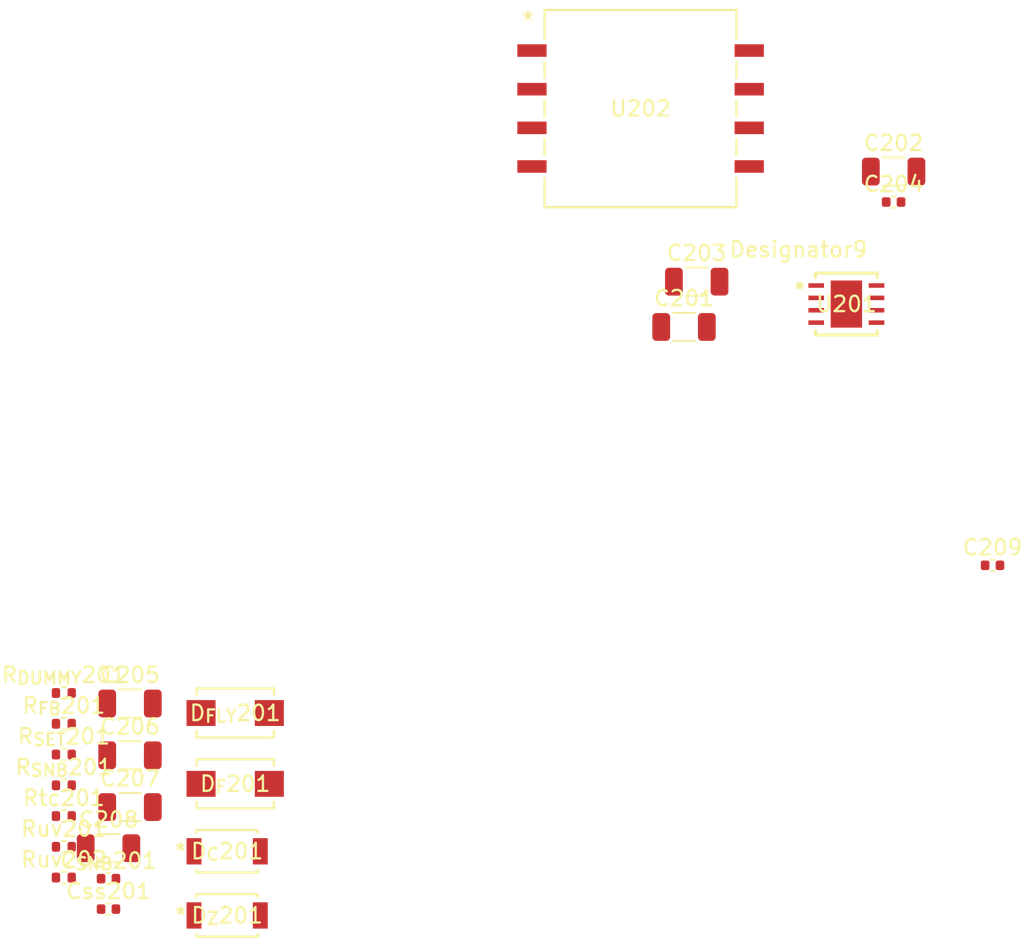
<source format=kicad_pcb>
(kicad_pcb (version 20240108) (generator "pcbnew") (generator_version "8.0")
  (layers (0 "F.Cu" signal) (31 "B.Cu" signal) (34 "B.Paste" user) (35 "F.Paste" user) (36 "B.SilkS" user "B.Silkscreen") (37 "F.SilkS" user "F.Silkscreen") (38 "B.Mask" user) (39 "F.Mask" user) (44 "Edge.Cuts" user))
  (net 0 "")
  (net 1 "GND")
  (net 2 "15V_isolated")
  (net 3 "GNDPWR")
  (net 4 "VBAT_managed")
  (net 5 "Net-(U201-SS_BIAS)")
  (net 6 "Net-(C_{SNB}201-Pad1)")
  (net 7 "Net-(D_{C}201-Pad1)")
  (net 8 "Net-(D_{FLY}201-Pad2)")
  (net 9 "Net-(U201-SW)")
  (net 10 "Net-(U201-TC)")
  (net 11 "Net-(U201-RSET)")
  (net 12 "Net-(U201-EN_UVLO)")
  (net 13 "Net-(U201-FB)")
  (footprint "Capacitor_SMD:C_0402_1005Metric" (layer "F.Cu") (at 137.67 69.9)
    (property "Reference" "C209" (at 0 -1.16 0) (layer "F.SilkS"))
    (property "Value" "100n")
    (fp_line (start -0.107836 -0.36) (end 0.107836 -0.36) (stroke (width 0.12)) (layer "F.SilkS"))
    (fp_line (start -0.107836 0.36) (end 0.107836 0.36) (stroke (width 0.12)) (layer "F.SilkS"))
    (pad "1" smd roundrect (at -0.48 0) (size 0.56 0.62) (layers "F.Cu" "F.Paste" "F.Mask") (net 2 "15V_isolated"))
    (pad "2" smd roundrect (at 0.48 0) (size 0.56 0.62) (layers "F.Cu" "F.Paste" "F.Mask") (net 3 "GNDPWR"))
  )
  (footprint "zener_PDZVTR9.1B:DIO_PDZVTFT_ROM" (layer "F.Cu") (at 88.1537 92.55)
    (property "Reference" "D_{Z}201" (at 0 0 0) (layer "F.SilkS"))
    (property "Value" "PDZVTR9.1B")
    (fp_line (start -1.9812 -1.3716) (end -1.9812 -1.18364) (stroke (width 0.1524)) (layer "F.SilkS"))
    (fp_line (start -1.9812 1.18364) (end -1.9812 1.3716) (stroke (width 0.1524)) (layer "F.SilkS"))
    (fp_line (start -1.9812 1.3716) (end 1.9812 1.3716) (stroke (width 0.1524)) (layer "F.SilkS"))
    (fp_line (start 1.9812 -1.3716) (end -1.9812 -1.3716) (stroke (width 0.1524)) (layer "F.SilkS"))
    (fp_line (start 1.9812 -1.18364) (end 1.9812 -1.3716) (stroke (width 0.1524)) (layer "F.SilkS"))
    (fp_line (start 1.9812 1.3716) (end 1.9812 1.18364) (stroke (width 0.1524)) (layer "F.SilkS"))
    (fp_text user "*" (at -3.0099 0 0) (layer "F.SilkS"))
    (fp_text user "*" (at -3.0099 0 0) (layer "F.SilkS"))
    (pad "1" smd rect (at -2.1463 0) (size 0.9652 1.7018) (layers "F.Cu" "F.Paste" "F.Mask") (net 2 "15V_isolated"))
    (pad "2" smd rect (at 2.1463 0) (size 0.9652 1.7018) (layers "F.Cu" "F.Paste" "F.Mask") (net 3 "GNDPWR"))
  )
  (footprint "Capacitor_SMD:C_1206_3216Metric" (layer "F.Cu") (at 81.8696 82.1906)
    (property "Reference" "C206" (at 0 -1.85 0) (layer "F.SilkS"))
    (property "Value" "10u")
    (fp_line (start -0.711252 -0.91) (end 0.711252 -0.91) (stroke (width 0.12)) (layer "F.SilkS"))
    (fp_line (start -0.711252 0.91) (end 0.711252 0.91) (stroke (width 0.12)) (layer "F.SilkS"))
    (pad "1" smd roundrect (at -1.475 0) (size 1.15 1.8) (layers "F.Cu" "F.Paste" "F.Mask") (roundrect_rratio 0.217391) (net 2 "15V_isolated"))
    (pad "2" smd roundrect (at 1.475 0) (size 1.15 1.8) (layers "F.Cu" "F.Paste" "F.Mask") (roundrect_rratio 0.217391) (net 3 "GNDPWR"))
  )
  (footprint "transformer_750313445:SOIC_13445_WRE" (layer "F.Cu") (at 114.9 40.35)
    (property "Reference" "U202" (at 0 0 0) (layer "F.SilkS"))
    (property "Value" "750313445")
    (fp_line (start -6.207001 -6.3754) (end -6.207001 -4.489323) (stroke (width 0.1524)) (layer "F.SilkS"))
    (fp_line (start -6.207001 -3.011043) (end -6.207001 -1.989201) (stroke (width 0.1524)) (layer "F.SilkS"))
    (fp_line (start -6.207001 -0.510921) (end -6.207001 0.510921) (stroke (width 0.1524)) (layer "F.SilkS"))
    (fp_line (start -6.207001 1.989201) (end -6.207001 3.011043) (stroke (width 0.1524)) (layer "F.SilkS"))
    (fp_line (start -6.207001 4.489323) (end -6.207001 6.3754) (stroke (width 0.1524)) (layer "F.SilkS"))
    (fp_line (start -6.207001 6.3754) (end 6.207001 6.3754) (stroke (width 0.1524)) (layer "F.SilkS"))
    (fp_line (start 6.207001 -6.3754) (end -6.207001 -6.3754) (stroke (width 0.1524)) (layer "F.SilkS"))
    (fp_line (start 6.207001 -4.489323) (end 6.207001 -6.3754) (stroke (width 0.1524)) (layer "F.SilkS"))
    (fp_line (start 6.207001 -1.989201) (end 6.207001 -3.011043) (stroke (width 0.1524)) (layer "F.SilkS"))
    (fp_line (start 6.207001 0.510921) (end 6.207001 -0.510921) (stroke (width 0.1524)) (layer "F.SilkS"))
    (fp_line (start 6.207001 3.011043) (end 6.207001 1.989201) (stroke (width 0.1524)) (layer "F.SilkS"))
    (fp_line (start 6.207001 6.3754) (end 6.207001 4.489323) (stroke (width 0.1524)) (layer "F.SilkS"))
    (fp_text user "*" (at -7.2818 -5.705983 0) (layer "F.SilkS"))
    (fp_text user "*" (at -7.2818 -5.705983 0) (layer "F.SilkS"))
    (pad "1" smd rect (at -7.027802 -3.750183) (size 1.895599 0.8128) (layers "F.Cu" "F.Paste" "F.Mask"))
    (pad "2" smd rect (at -7.027802 -1.250061) (size 1.895599 0.8128) (layers "F.Cu" "F.Paste" "F.Mask") (net 9 "Net-(U201-SW)"))
    (pad "3" smd rect (at -7.027802 1.250061) (size 1.895599 0.8128) (layers "F.Cu" "F.Paste" "F.Mask"))
    (pad "4" smd rect (at -7.027802 3.750183) (size 1.895599 0.8128) (layers "F.Cu" "F.Paste" "F.Mask") (net 4 "VBAT_managed"))
    (pad "5" smd rect (at 7.027802 3.750183) (size 1.895599 0.8128) (layers "F.Cu" "F.Paste" "F.Mask") (net 8 "Net-(D_{FLY}201-Pad2)"))
    (pad "6" smd rect (at 7.027802 1.250061) (size 1.895599 0.8128) (layers "F.Cu" "F.Paste" "F.Mask") (net 8 "Net-(D_{FLY}201-Pad2)"))
    (pad "7" smd rect (at 7.027802 -1.250061) (size 1.895599 0.8128) (layers "F.Cu" "F.Paste" "F.Mask") (net 3 "GNDPWR"))
    (pad "8" smd rect (at 7.027802 -3.750183) (size 1.895599 0.8128) (layers "F.Cu" "F.Paste" "F.Mask") (net 3 "GNDPWR"))
  )
  (footprint "Capacitor_SMD:C_0402_1005Metric" (layer "F.Cu") (at 80.4796 90.1706)
    (property "Reference" "C_{SNB}201" (at 0 -1.16 0) (layer "F.SilkS"))
    (property "Value" "22p")
    (fp_line (start -0.107836 -0.36) (end 0.107836 -0.36) (stroke (width 0.12)) (layer "F.SilkS"))
    (fp_line (start -0.107836 0.36) (end 0.107836 0.36) (stroke (width 0.12)) (layer "F.SilkS"))
    (pad "1" smd roundrect (at -0.48 0) (size 0.56 0.62) (layers "F.Cu" "F.Paste" "F.Mask") (net 6 "Net-(C_{SNB}201-Pad1)"))
    (pad "2" smd roundrect (at 0.48 0) (size 0.56 0.62) (layers "F.Cu" "F.Paste" "F.Mask") (net 2 "15V_isolated"))
  )
  (footprint "Resistor_SMD:R_0402_1005Metric" (layer "F.Cu") (at 77.5896 82.1406)
    (property "Reference" "R_{SET}201" (at 0 -1.17 0) (layer "F.SilkS"))
    (property "Value" "12.1k")
    (fp_line (start -0.153641 -0.38) (end 0.153641 -0.38) (stroke (width 0.12)) (layer "F.SilkS"))
    (fp_line (start -0.153641 0.38) (end 0.153641 0.38) (stroke (width 0.12)) (layer "F.SilkS"))
    (pad "1" smd roundrect (at -0.51 0) (size 0.54 0.64) (layers "F.Cu" "F.Paste" "F.Mask") (net 11 "Net-(U201-RSET)"))
    (pad "2" smd roundrect (at 0.51 0) (size 0.54 0.64) (layers "F.Cu" "F.Paste" "F.Mask") (net 1 "GND"))
  )
  (footprint "Capacitor_SMD:C_1206_3216Metric" (layer "F.Cu") (at 81.8696 78.8406)
    (property "Reference" "C205" (at 0 -1.85 0) (layer "F.SilkS"))
    (property "Value" "10u")
    (fp_line (start -0.711252 -0.91) (end 0.711252 -0.91) (stroke (width 0.12)) (layer "F.SilkS"))
    (fp_line (start -0.711252 0.91) (end 0.711252 0.91) (stroke (width 0.12)) (layer "F.SilkS"))
    (pad "1" smd roundrect (at -1.475 0) (size 1.15 1.8) (layers "F.Cu" "F.Paste" "F.Mask") (roundrect_rratio 0.217391) (net 2 "15V_isolated"))
    (pad "2" smd roundrect (at 1.475 0) (size 1.15 1.8) (layers "F.Cu" "F.Paste" "F.Mask") (roundrect_rratio 0.217391) (net 3 "GNDPWR"))
  )
  (footprint "Capacitor_SMD:C_1206_3216Metric" (layer "F.Cu") (at 117.71 54.48)
    (property "Reference" "C201" (at 0 -1.85 0) (layer "F.SilkS"))
    (property "Value" "10u")
    (fp_line (start -0.711252 -0.91) (end 0.711252 -0.91) (stroke (width 0.12)) (layer "F.SilkS"))
    (fp_line (start -0.711252 0.91) (end 0.711252 0.91) (stroke (width 0.12)) (layer "F.SilkS"))
    (pad "1" smd roundrect (at -1.475 0) (size 1.15 1.8) (layers "F.Cu" "F.Paste" "F.Mask") (roundrect_rratio 0.217391) (net 4 "VBAT_managed"))
    (pad "2" smd roundrect (at 1.475 0) (size 1.15 1.8) (layers "F.Cu" "F.Paste" "F.Mask") (roundrect_rratio 0.217391) (net 1 "GND"))
  )
  (footprint "Capacitor_SMD:C_1206_3216Metric" (layer "F.Cu") (at 118.53 51.55)
    (property "Reference" "C203" (at 0 -1.85 0) (layer "F.SilkS"))
    (property "Value" "10u")
    (fp_line (start -0.711252 -0.91) (end 0.711252 -0.91) (stroke (width 0.12)) (layer "F.SilkS"))
    (fp_line (start -0.711252 0.91) (end 0.711252 0.91) (stroke (width 0.12)) (layer "F.SilkS"))
    (pad "1" smd roundrect (at -1.475 0) (size 1.15 1.8) (layers "F.Cu" "F.Paste" "F.Mask") (roundrect_rratio 0.217391) (net 4 "VBAT_managed"))
    (pad "2" smd roundrect (at 1.475 0) (size 1.15 1.8) (layers "F.Cu" "F.Paste" "F.Mask") (roundrect_rratio 0.217391) (net 1 "GND"))
  )
  (footprint "Capacitor_SMD:C_0402_1005Metric" (layer "F.Cu") (at 131.27 46.4)
    (property "Reference" "C204" (at 0 -1.16 0) (layer "F.SilkS"))
    (property "Value" "100n")
    (fp_line (start -0.107836 -0.36) (end 0.107836 -0.36) (stroke (width 0.12)) (layer "F.SilkS"))
    (fp_line (start -0.107836 0.36) (end 0.107836 0.36) (stroke (width 0.12)) (layer "F.SilkS"))
    (pad "1" smd roundrect (at -0.48 0) (size 0.56 0.62) (layers "F.Cu" "F.Paste" "F.Mask") (net 4 "VBAT_managed"))
    (pad "2" smd roundrect (at 0.48 0) (size 0.56 0.62) (layers "F.Cu" "F.Paste" "F.Mask") (net 1 "GND"))
  )
  (footprint "zener_PDZVTR9.1B:DIO_PDZVTFT_ROM" (layer "F.Cu") (at 88.1537 88.4004)
    (property "Reference" "D_{C}201" (at 0 0 0) (layer "F.SilkS"))
    (property "Value" "PDZVTR9.1B")
    (fp_line (start -1.9812 -1.3716) (end -1.9812 -1.18364) (stroke (width 0.1524)) (layer "F.SilkS"))
    (fp_line (start -1.9812 1.18364) (end -1.9812 1.3716) (stroke (width 0.1524)) (layer "F.SilkS"))
    (fp_line (start -1.9812 1.3716) (end 1.9812 1.3716) (stroke (width 0.1524)) (layer "F.SilkS"))
    (fp_line (start 1.9812 -1.3716) (end -1.9812 -1.3716) (stroke (width 0.1524)) (layer "F.SilkS"))
    (fp_line (start 1.9812 -1.18364) (end 1.9812 -1.3716) (stroke (width 0.1524)) (layer "F.SilkS"))
    (fp_line (start 1.9812 1.3716) (end 1.9812 1.18364) (stroke (width 0.1524)) (layer "F.SilkS"))
    (fp_text user "*" (at -3.0099 0 0) (layer "F.SilkS"))
    (fp_text user "*" (at -3.0099 0 0) (layer "F.SilkS"))
    (pad "1" smd rect (at -2.1463 0) (size 0.9652 1.7018) (layers "F.Cu" "F.Paste" "F.Mask") (net 7 "Net-(D_{C}201-Pad1)"))
    (pad "2" smd rect (at 2.1463 0) (size 0.9652 1.7018) (layers "F.Cu" "F.Paste" "F.Mask") (net 4 "VBAT_managed"))
  )
  (footprint "Resistor_SMD:R_0402_1005Metric" (layer "F.Cu") (at 77.5896 84.1306)
    (property "Reference" "R_{SNB}201" (at 0 -1.17 0) (layer "F.SilkS"))
    (property "Value" "100")
    (fp_line (start -0.153641 -0.38) (end 0.153641 -0.38) (stroke (width 0.12)) (layer "F.SilkS"))
    (fp_line (start -0.153641 0.38) (end 0.153641 0.38) (stroke (width 0.12)) (layer "F.SilkS"))
    (pad "1" smd roundrect (at -0.51 0) (size 0.54 0.64) (layers "F.Cu" "F.Paste" "F.Mask") (net 8 "Net-(D_{FLY}201-Pad2)"))
    (pad "2" smd roundrect (at 0.51 0) (size 0.54 0.64) (layers "F.Cu" "F.Paste" "F.Mask") (net 6 "Net-(C_{SNB}201-Pad1)"))
  )
  (footprint "Resistor_SMD:R_0402_1005Metric" (layer "F.Cu") (at 77.5896 78.1606)
    (property "Reference" "R_{DUMMY}201" (at 0 -1.17 0) (layer "F.SilkS"))
    (property "Value" "1.5k")
    (fp_line (start -0.153641 -0.38) (end 0.153641 -0.38) (stroke (width 0.12)) (layer "F.SilkS"))
    (fp_line (start -0.153641 0.38) (end 0.153641 0.38) (stroke (width 0.12)) (layer "F.SilkS"))
    (pad "1" smd roundrect (at -0.51 0) (size 0.54 0.64) (layers "F.Cu" "F.Paste" "F.Mask") (net 3 "GNDPWR"))
    (pad "2" smd roundrect (at 0.51 0) (size 0.54 0.64) (layers "F.Cu" "F.Paste" "F.Mask") (net 2 "15V_isolated"))
  )
  (footprint "Capacitor_SMD:C_1206_3216Metric" (layer "F.Cu") (at 81.8696 85.5406)
    (property "Reference" "C207" (at 0 -1.85 0) (layer "F.SilkS"))
    (property "Value" "10u")
    (fp_line (start -0.711252 -0.91) (end 0.711252 -0.91) (stroke (width 0.12)) (layer "F.SilkS"))
    (fp_line (start -0.711252 0.91) (end 0.711252 0.91) (stroke (width 0.12)) (layer "F.SilkS"))
    (pad "1" smd roundrect (at -1.475 0) (size 1.15 1.8) (layers "F.Cu" "F.Paste" "F.Mask") (roundrect_rratio 0.217391) (net 2 "15V_isolated"))
    (pad "2" smd roundrect (at 1.475 0) (size 1.15 1.8) (layers "F.Cu" "F.Paste" "F.Mask") (roundrect_rratio 0.217391) (net 3 "GNDPWR"))
  )
  (footprint "Capacitor_SMD:C_1206_3216Metric" (layer "F.Cu") (at 131.27 44.43)
    (property "Reference" "C202" (at 0 -1.85 0) (layer "F.SilkS"))
    (property "Value" "10u")
    (fp_line (start -0.711252 -0.91) (end 0.711252 -0.91) (stroke (width 0.12)) (layer "F.SilkS"))
    (fp_line (start -0.711252 0.91) (end 0.711252 0.91) (stroke (width 0.12)) (layer "F.SilkS"))
    (pad "1" smd roundrect (at -1.475 0) (size 1.15 1.8) (layers "F.Cu" "F.Paste" "F.Mask") (roundrect_rratio 0.217391) (net 4 "VBAT_managed"))
    (pad "2" smd roundrect (at 1.475 0) (size 1.15 1.8) (layers "F.Cu" "F.Paste" "F.Mask") (roundrect_rratio 0.217391) (net 1 "GND"))
  )
  (footprint "Resistor_SMD:R_0402_1005Metric" (layer "F.Cu") (at 77.5896 86.1206)
    (property "Reference" "Rtc201" (at 0 -1.17 0) (layer "F.SilkS"))
    (property "Value" "300k")
    (fp_line (start -0.153641 -0.38) (end 0.153641 -0.38) (stroke (width 0.12)) (layer "F.SilkS"))
    (fp_line (start -0.153641 0.38) (end 0.153641 0.38) (stroke (width 0.12)) (layer "F.SilkS"))
    (pad "1" smd roundrect (at -0.51 0) (size 0.54 0.64) (layers "F.Cu" "F.Paste" "F.Mask") (net 10 "Net-(U201-TC)"))
    (pad "2" smd roundrect (at 0.51 0) (size 0.54 0.64) (layers "F.Cu" "F.Paste" "F.Mask") (net 11 "Net-(U201-RSET)"))
  )
  (footprint "schottky_SK510A-LTP:SMADO-214AC_LEAD-FRAME_MCC" (layer "F.Cu") (at 88.6744 79.4563)
    (property "Reference" "D_{FLY}201" (at 0 0 0) (layer "F.SilkS"))
    (property "Value" "SK510A-LTP")
    (fp_line (start -2.5019 -1.5875) (end -2.5019 -1.17094) (stroke (width 0.1524)) (layer "F.SilkS"))
    (fp_line (start -2.5019 1.17094) (end -2.5019 1.5875) (stroke (width 0.1524)) (layer "F.SilkS"))
    (fp_line (start -2.5019 1.5875) (end 2.5019 1.5875) (stroke (width 0.1524)) (layer "F.SilkS"))
    (fp_line (start 2.5019 -1.5875) (end -2.5019 -1.5875) (stroke (width 0.1524)) (layer "F.SilkS"))
    (fp_line (start 2.5019 -1.17094) (end 2.5019 -1.5875) (stroke (width 0.1524)) (layer "F.SilkS"))
    (fp_line (start 2.5019 1.5875) (end 2.5019 1.17094) (stroke (width 0.1524)) (layer "F.SilkS"))
    (pad "1" smd rect (at -2.2098 0) (size 1.8796 1.6764) (layers "F.Cu" "F.Paste" "F.Mask") (net 2 "15V_isolated"))
    (pad "2" smd rect (at 2.2098 0) (size 1.8796 1.6764) (layers "F.Cu" "F.Paste" "F.Mask") (net 8 "Net-(D_{FLY}201-Pad2)"))
  )
  (footprint "schottky_SK510A-LTP:SMADO-214AC_LEAD-FRAME_MCC" (layer "F.Cu") (at 88.6744 84.0377)
    (property "Reference" "D_{F}201" (at 0 0 0) (layer "F.SilkS"))
    (property "Value" "SK510A-LTP")
    (fp_line (start -2.5019 -1.5875) (end -2.5019 -1.17094) (stroke (width 0.1524)) (layer "F.SilkS"))
    (fp_line (start -2.5019 1.17094) (end -2.5019 1.5875) (stroke (width 0.1524)) (layer "F.SilkS"))
    (fp_line (start -2.5019 1.5875) (end 2.5019 1.5875) (stroke (width 0.1524)) (layer "F.SilkS"))
    (fp_line (start 2.5019 -1.5875) (end -2.5019 -1.5875) (stroke (width 0.1524)) (layer "F.SilkS"))
    (fp_line (start 2.5019 -1.17094) (end 2.5019 -1.5875) (stroke (width 0.1524)) (layer "F.SilkS"))
    (fp_line (start 2.5019 1.5875) (end 2.5019 1.17094) (stroke (width 0.1524)) (layer "F.SilkS"))
    (pad "1" smd rect (at -2.2098 0) (size 1.8796 1.6764) (layers "F.Cu" "F.Paste" "F.Mask") (net 7 "Net-(D_{C}201-Pad1)"))
    (pad "2" smd rect (at 2.2098 0) (size 1.8796 1.6764) (layers "F.Cu" "F.Paste" "F.Mask") (net 9 "Net-(U201-SW)"))
  )
  (footprint "Capacitor_SMD:C_1206_3216Metric" (layer "F.Cu") (at 80.4796 88.2006)
    (property "Reference" "C208" (at 0 -1.85 0) (layer "F.SilkS"))
    (property "Value" "10u")
    (fp_line (start -0.711252 -0.91) (end 0.711252 -0.91) (stroke (width 0.12)) (layer "F.SilkS"))
    (fp_line (start -0.711252 0.91) (end 0.711252 0.91) (stroke (width 0.12)) (layer "F.SilkS"))
    (pad "1" smd roundrect (at -1.475 0) (size 1.15 1.8) (layers "F.Cu" "F.Paste" "F.Mask") (roundrect_rratio 0.217391) (net 2 "15V_isolated"))
    (pad "2" smd roundrect (at 1.475 0) (size 1.15 1.8) (layers "F.Cu" "F.Paste" "F.Mask") (roundrect_rratio 0.217391) (net 3 "GNDPWR"))
  )
  (footprint "dc_to_dc_LM25184NGUR:NGU0008C-IPC_A" (layer "F.Cu") (at 128.212502 53)
    (property "Reference" "U201" (at 0 0 0) (layer "F.SilkS"))
    (property "Value" "LM25184NGUR")
    (fp_line (start -2.000001 -2.000001) (end 2.000001 -2.000001) (stroke (width 0.2)) (layer "F.SilkS"))
    (fp_line (start -2.000001 -1.721236) (end -2.000001 -2.000001) (stroke (width 0.2)) (layer "F.SilkS"))
    (fp_line (start -2.000001 2.000001) (end -2.000001 1.721236) (stroke (width 0.2)) (layer "F.SilkS"))
    (fp_line (start -2.000001 2.000001) (end 2.000001 2.000001) (stroke (width 0.2)) (layer "F.SilkS"))
    (fp_line (start 2.000001 -1.721236) (end 2.000001 -2.000001) (stroke (width 0.2)) (layer "F.SilkS"))
    (fp_line (start 2.000001 2.000001) (end 2.000001 1.721236) (stroke (width 0.2)) (layer "F.SilkS"))
    (fp_circle (center -3.031066 -1.2) (end -2.906065 -1.2) (stroke (width 0.25)) (fill none) (layer "F.SilkS"))
    (fp_text user "Designator9" (at -3.0988 -3.5306 0) (layer "F.SilkS"))
    (pad "1" smd rect (at -1.951246 -1.2) (size 1.009637 0.292473) (layers "F.Cu" "F.Paste" "F.Mask") (net 9 "Net-(U201-SW)"))
    (pad "2" smd rect (at -1.951246 -0.399999) (size 1.009637 0.292473) (layers "F.Cu" "F.Paste" "F.Mask") (net 13 "Net-(U201-FB)"))
    (pad "3" smd rect (at -1.951246 0.399999) (size 1.009637 0.292473) (layers "F.Cu" "F.Paste" "F.Mask") (net 4 "VBAT_managed"))
    (pad "4" smd rect (at -1.951246 1.2) (size 1.009637 0.292473) (layers "F.Cu" "F.Paste" "F.Mask") (net 12 "Net-(U201-EN_UVLO)"))
    (pad "5" smd rect (at 1.951246 1.2) (size 1.009637 0.292473) (layers "F.Cu" "F.Paste" "F.Mask") (net 5 "Net-(U201-SS_BIAS)"))
    (pad "6" smd rect (at 1.951246 0.399999) (size 1.009637 0.292473) (layers "F.Cu" "F.Paste" "F.Mask") (net 10 "Net-(U201-TC)"))
    (pad "7" smd rect (at 1.951246 -0.399999) (size 1.009637 0.292473) (layers "F.Cu" "F.Paste" "F.Mask") (net 11 "Net-(U201-RSET)"))
    (pad "8" smd rect (at 1.951246 -1.2) (size 1.009637 0.292473) (layers "F.Cu" "F.Paste" "F.Mask") (net 1 "GND"))
    (pad "9" smd rect (at 0 0) (size 2.029999 3.049999) (layers "F.Cu" "F.Mask") (net 1 "GND"))
  )
  (footprint "Capacitor_SMD:C_0402_1005Metric" (layer "F.Cu") (at 80.4796 92.1406)
    (property "Reference" "Css201" (at 0 -1.16 0) (layer "F.SilkS"))
    (property "Value" "100n")
    (fp_line (start -0.107836 -0.36) (end 0.107836 -0.36) (stroke (width 0.12)) (layer "F.SilkS"))
    (fp_line (start -0.107836 0.36) (end 0.107836 0.36) (stroke (width 0.12)) (layer "F.SilkS"))
    (pad "1" smd roundrect (at -0.48 0) (size 0.56 0.62) (layers "F.Cu" "F.Paste" "F.Mask") (net 5 "Net-(U201-SS_BIAS)"))
    (pad "2" smd roundrect (at 0.48 0) (size 0.56 0.62) (layers "F.Cu" "F.Paste" "F.Mask") (net 1 "GND"))
  )
  (footprint "Resistor_SMD:R_0402_1005Metric" (layer "F.Cu") (at 77.5896 80.1506)
    (property "Reference" "R_{FB}201" (at 0 -1.17 0) (layer "F.SilkS"))
    (property "Value" "75k")
    (fp_line (start -0.153641 -0.38) (end 0.153641 -0.38) (stroke (width 0.12)) (layer "F.SilkS"))
    (fp_line (start -0.153641 0.38) (end 0.153641 0.38) (stroke (width 0.12)) (layer "F.SilkS"))
    (pad "1" smd roundrect (at -0.51 0) (size 0.54 0.64) (layers "F.Cu" "F.Paste" "F.Mask") (net 9 "Net-(U201-SW)"))
    (pad "2" smd roundrect (at 0.51 0) (size 0.54 0.64) (layers "F.Cu" "F.Paste" "F.Mask") (net 13 "Net-(U201-FB)"))
  )
  (footprint "Resistor_SMD:R_0402_1005Metric" (layer "F.Cu") (at 77.5896 90.1006)
    (property "Reference" "Ruv202" (at 0 -1.17 0) (layer "F.SilkS"))
    (property "Value" "10.7k")
    (fp_line (start -0.153641 -0.38) (end 0.153641 -0.38) (stroke (width 0.12)) (layer "F.SilkS"))
    (fp_line (start -0.153641 0.38) (end 0.153641 0.38) (stroke (width 0.12)) (layer "F.SilkS"))
    (pad "1" smd roundrect (at -0.51 0) (size 0.54 0.64) (layers "F.Cu" "F.Paste" "F.Mask") (net 12 "Net-(U201-EN_UVLO)"))
    (pad "2" smd roundrect (at 0.51 0) (size 0.54 0.64) (layers "F.Cu" "F.Paste" "F.Mask") (net 1 "GND"))
  )
  (footprint "Resistor_SMD:R_0402_1005Metric" (layer "F.Cu") (at 77.5896 88.1106)
    (property "Reference" "Ruv201" (at 0 -1.17 0) (layer "F.SilkS"))
    (property "Value" "46.4k")
    (fp_line (start -0.153641 -0.38) (end 0.153641 -0.38) (stroke (width 0.12)) (layer "F.SilkS"))
    (fp_line (start -0.153641 0.38) (end 0.153641 0.38) (stroke (width 0.12)) (layer "F.SilkS"))
    (pad "1" smd roundrect (at -0.51 0) (size 0.54 0.64) (layers "F.Cu" "F.Paste" "F.Mask") (net 4 "VBAT_managed"))
    (pad "2" smd roundrect (at 0.51 0) (size 0.54 0.64) (layers "F.Cu" "F.Paste" "F.Mask") (net 12 "Net-(U201-EN_UVLO)"))
  )
)
</source>
